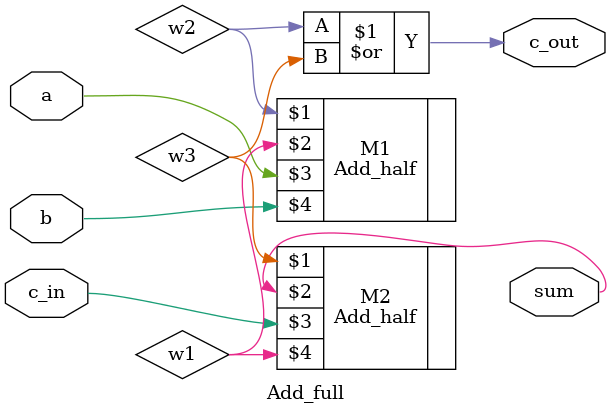
<source format=v>
module Add_full(output c_out, sum, input a, b, c_in);
	wire		w1, w2, w3;
	Add_half	M1(w2, w1, a, b);
	Add_half M2(w3, sum, c_in, w1);
	or			M3(c_out,w2,w3);
endmodule


</source>
